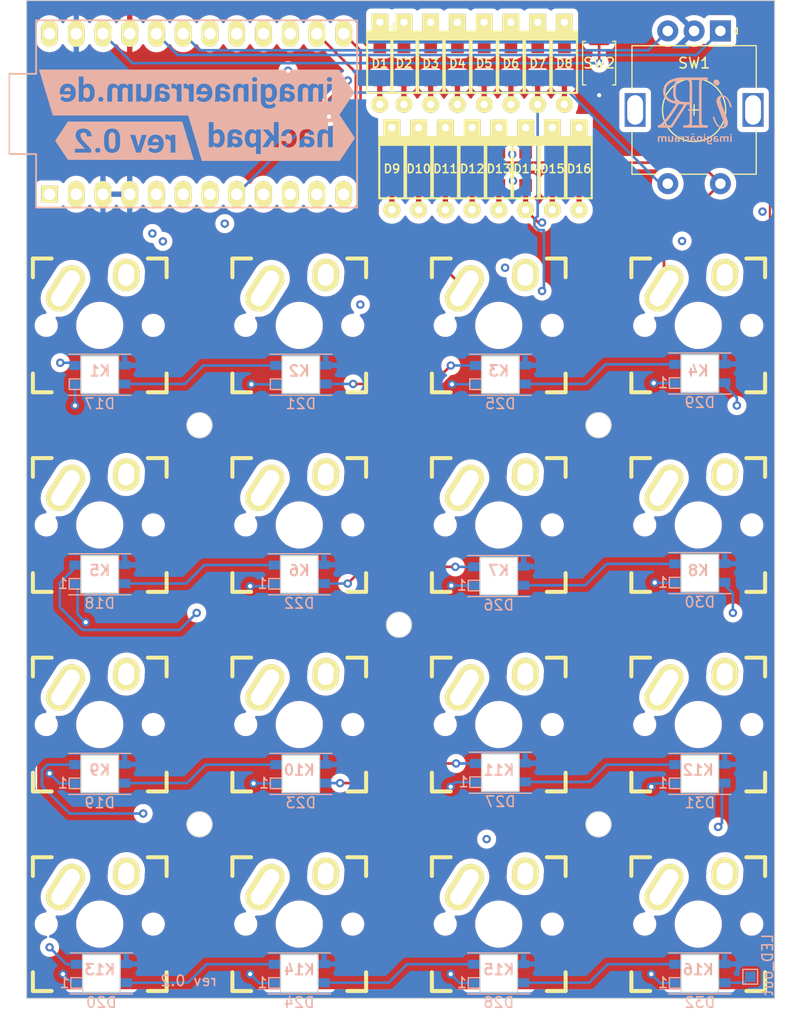
<source format=kicad_pcb>
(kicad_pcb (version 20221018) (generator pcbnew)

  (general
    (thickness 4.69)
  )

  (paper "A4")
  (layers
    (0 "F.Cu" signal)
    (1 "In1.Cu" signal)
    (2 "In2.Cu" signal)
    (31 "B.Cu" signal)
    (32 "B.Adhes" user "B.Adhesive")
    (33 "F.Adhes" user "F.Adhesive")
    (34 "B.Paste" user)
    (35 "F.Paste" user)
    (36 "B.SilkS" user "B.Silkscreen")
    (37 "F.SilkS" user "F.Silkscreen")
    (38 "B.Mask" user)
    (39 "F.Mask" user)
    (40 "Dwgs.User" user "User.Drawings")
    (41 "Cmts.User" user "User.Comments")
    (42 "Eco1.User" user "User.Eco1")
    (43 "Eco2.User" user "User.Eco2")
    (44 "Edge.Cuts" user)
    (45 "Margin" user)
    (46 "B.CrtYd" user "B.Courtyard")
    (47 "F.CrtYd" user "F.Courtyard")
    (48 "B.Fab" user)
    (49 "F.Fab" user)
    (50 "User.1" user)
    (51 "User.2" user)
    (52 "User.3" user)
    (53 "User.4" user)
    (54 "User.5" user)
    (55 "User.6" user)
    (56 "User.7" user)
    (57 "User.8" user)
    (58 "User.9" user)
  )

  (setup
    (stackup
      (layer "F.SilkS" (type "Top Silk Screen"))
      (layer "F.Paste" (type "Top Solder Paste"))
      (layer "F.Mask" (type "Top Solder Mask") (thickness 0.01))
      (layer "F.Cu" (type "copper") (thickness 0.035))
      (layer "dielectric 1" (type "core") (thickness 1.51) (material "FR4") (epsilon_r 4.5) (loss_tangent 0.02))
      (layer "In1.Cu" (type "copper") (thickness 0.035))
      (layer "dielectric 2" (type "prepreg") (thickness 1.51) (material "FR4") (epsilon_r 4.5) (loss_tangent 0.02))
      (layer "In2.Cu" (type "copper") (thickness 0.035))
      (layer "dielectric 3" (type "core") (thickness 1.51) (material "FR4") (epsilon_r 4.5) (loss_tangent 0.02))
      (layer "B.Cu" (type "copper") (thickness 0.035))
      (layer "B.Mask" (type "Bottom Solder Mask") (thickness 0.01))
      (layer "B.Paste" (type "Bottom Solder Paste"))
      (layer "B.SilkS" (type "Bottom Silk Screen"))
      (copper_finish "None")
      (dielectric_constraints no)
    )
    (pad_to_mask_clearance 0)
    (pcbplotparams
      (layerselection 0x00010fc_ffffffff)
      (plot_on_all_layers_selection 0x0000000_00000000)
      (disableapertmacros false)
      (usegerberextensions true)
      (usegerberattributes true)
      (usegerberadvancedattributes true)
      (creategerberjobfile true)
      (dashed_line_dash_ratio 12.000000)
      (dashed_line_gap_ratio 3.000000)
      (svgprecision 6)
      (plotframeref false)
      (viasonmask false)
      (mode 1)
      (useauxorigin false)
      (hpglpennumber 1)
      (hpglpenspeed 20)
      (hpglpendiameter 15.000000)
      (dxfpolygonmode true)
      (dxfimperialunits true)
      (dxfusepcbnewfont true)
      (psnegative false)
      (psa4output false)
      (plotreference true)
      (plotvalue true)
      (plotinvisibletext false)
      (sketchpadsonfab false)
      (subtractmaskfromsilk true)
      (outputformat 1)
      (mirror false)
      (drillshape 0)
      (scaleselection 1)
      (outputdirectory "gerbers/")
    )
  )

  (net 0 "")
  (net 1 "row0")
  (net 2 "Net-(D1-A)")
  (net 3 "Net-(D2-A)")
  (net 4 "Net-(D3-A)")
  (net 5 "Net-(D4-A)")
  (net 6 "row1")
  (net 7 "Net-(D5-A)")
  (net 8 "Net-(D6-A)")
  (net 9 "Net-(D7-A)")
  (net 10 "Net-(D8-A)")
  (net 11 "row2")
  (net 12 "Net-(D9-A)")
  (net 13 "Net-(D10-A)")
  (net 14 "Net-(D11-A)")
  (net 15 "Net-(D12-A)")
  (net 16 "row3")
  (net 17 "Net-(D13-A)")
  (net 18 "Net-(D14-A)")
  (net 19 "Net-(D15-A)")
  (net 20 "Net-(D16-A)")
  (net 21 "col0")
  (net 22 "col1")
  (net 23 "col2")
  (net 24 "col3")
  (net 25 "Net-(D17-DOUT)")
  (net 26 "Net-(D18-DOUT)")
  (net 27 "Net-(D18-DIN)")
  (net 28 "Net-(D19-DOUT)")
  (net 29 "/led_out")
  (net 30 "Net-(D19-DIN)")
  (net 31 "Rot A")
  (net 32 "Rot B")
  (net 33 "Rot C")
  (net 34 "Net-(D20-DOUT)")
  (net 35 "GND")
  (net 36 "/LED")
  (net 37 "Net-(D20-DIN)")
  (net 38 "Net-(D21-DOUT)")
  (net 39 "Net-(D22-DOUT)")
  (net 40 "Net-(D23-DOUT)")
  (net 41 "Net-(D24-DOUT)")
  (net 42 "Net-(D25-DOUT)")
  (net 43 "Net-(D26-DOUT)")
  (net 44 "Net-(D27-DOUT)")
  (net 45 "Net-(D28-DOUT)")
  (net 46 "Net-(U1-RST)")
  (net 47 "unconnected-(U1-TX-Pad1)")
  (net 48 "unconnected-(U1-RX-Pad2)")
  (net 49 "unconnected-(U1-SDA-Pad5)")
  (net 50 "unconnected-(U1-SCL-Pad6)")
  (net 51 "unconnected-(U1-RAW-Pad24)")
  (net 52 "VCC")
  (net 53 "row -1")
  (net 54 "unconnected-(U1-F7-Pad17)")

  (footprint "keebs:Mx_Alps_100" (layer "F.Cu") (at 108.80185 97.16345))

  (footprint "keebs:Mx_Alps_100" (layer "F.Cu") (at 146.69865 97.16345))

  (footprint "keyboard_parts:D_SOD123_axial" (layer "F.Cu") (at 118.745 72.2868 -90))

  (footprint "keebs:Mx_Alps_100" (layer "F.Cu") (at 146.69865 116.11185))

  (footprint "keebs:Mx_Alps_100" (layer "F.Cu") (at 89.85345 97.16345))

  (footprint "keebs:Mx_Alps_100" (layer "F.Cu") (at 89.85345 116.11185))

  (footprint "Button_Switch_SMD:SW_Push_SPST_NO_Alps_SKRK" (layer "F.Cu") (at 137.287 72.263 90))

  (footprint "keyboard_parts:D_SOD123_axial" (layer "F.Cu") (at 117.602 82.296 -90))

  (footprint "keebs:Mx_Alps_100" (layer "F.Cu") (at 127.75025 97.16345))

  (footprint "keyboard_parts:D_SOD123_axial" (layer "F.Cu") (at 122.682 82.296 -90))

  (footprint "keebs:Mx_Alps_100" (layer "F.Cu") (at 127.75025 116.11185))

  (footprint "keebs:Mx_Alps_100" (layer "F.Cu") (at 89.85345 135.06025))

  (footprint "keyboard_parts:D_SOD123_axial" (layer "F.Cu") (at 123.825 72.2868 -90))

  (footprint "keyboard_parts:D_SOD123_axial" (layer "F.Cu") (at 130.302 82.296 -90))

  (footprint "keebs:Mx_Alps_100" (layer "F.Cu") (at 89.85345 154.00865))

  (footprint "keyboard_parts:D_SOD123_axial" (layer "F.Cu") (at 127.762 82.296 -90))

  (footprint "keebs:Mx_Alps_100" (layer "F.Cu") (at 108.80185 154.00865))

  (footprint "keyboard_parts:D_SOD123_axial" (layer "F.Cu") (at 132.842 82.296 -90))

  (footprint "keyboard_parts:D_SOD123_axial" (layer "F.Cu") (at 131.445 72.2868 -90))

  (footprint "keyboard_parts:D_SOD123_axial" (layer "F.Cu") (at 133.985 72.2868 -90))

  (footprint "keyboard_parts:D_SOD123_axial" (layer "F.Cu") (at 121.285 72.2868 -90))

  (footprint "keyboard_parts:D_SOD123_axial" (layer "F.Cu") (at 135.382 82.296 -90))

  (footprint "keebs:Mx_Alps_100" (layer "F.Cu") (at 108.80185 116.11185))

  (footprint "keebs:Mx_Alps_100" (layer "F.Cu") (at 127.75025 154.00865))

  (footprint "keyboard_parts:D_SOD123_axial" (layer "F.Cu") (at 126.365 72.2868 -90))

  (footprint "keebs:Mx_Alps_100" (layer "F.Cu") (at 146.69865 154.00865))

  (footprint "keyboard_parts:D_SOD123_axial" (layer "F.Cu") (at 125.222 82.296 -90))

  (footprint "keebs:Mx_Alps_100" (layer "F.Cu") (at 127.75025 135.06025))

  (footprint "keyboard_parts:D_SOD123_axial" (layer "F.Cu") (at 128.905 72.2868 -90))

  (footprint "Keebio-Parts:RotaryEncoder_Alps_EC11E-Switch_Vertical_H20mm" (layer "F.Cu") (at 146.304 76.708 -90))

  (footprint "keyboard_parts:D_SOD123_axial" (layer "F.Cu") (at 116.451 72.2868 -90))

  (footprint "keyboard_parts:D_SOD123_axial" (layer "F.Cu") (at 120.142 82.296 -90))

  (footprint "keebs:Mx_Alps_100" (layer "F.Cu") (at 108.80185 135.06025))

  (footprint "keebs:Mx_Alps_100" (layer "F.Cu") (at 146.69865 135.06025))

  (footprint "promicro:ProMicro" (layer "F.Cu") (at 99.051 77.0868))

  (footprint "keyboard_parts:LED_SK6812MINI_PLCC4_3.5x3.5mm_P1.75mm-flipped" (layer "B.Cu") (at 146.8501 158.69285))

  (footprint "keyboard_parts:LED_SK6812MINI_PLCC4_3.5x3.5mm_P1.75mm-flipped" (layer "B.Cu") (at 108.80185 120.79605))

  (footprint "keyboard_parts:LED_SK6812MINI_PLCC4_3.5x3.5mm_P1.75mm-flipped" (layer "B.Cu") (at 127.75025 120.96185))

  (footprint "keyboard_parts:LED_SK6812MINI_PLCC4_3.5x3.5mm_P1.75mm-flipped" (layer "B.Cu") (at 108.9533 101.84765))

  (footprint "kibuzzard-63FA621A" (layer "B.Cu")
    (tstamp 80f054ce-3126-4577-a6a9-6f3eb7be9319)
    (at 106.172 79.375 180)
    (descr "Generated with KiBuzzard")
    (tags "kb_params=eyJBbGlnbm1lbnRDaG9pY2UiOiAiQ2VudGVyIiwgIkNhcExlZnRDaG9pY2UiOiAiPCIsICJDYXBSaWdodENob2ljZSI6ICIvIiwgIkZvbnRDb21ib0JveCI6ICJSb2JvdG8tQm9sZCIsICJIZWlnaHRDdHJsIjogIjIiLCAiTGF5ZXJDb21ib0JveCI6ICJGLlNpbGtTIiwgIk11bHRpTGluZVRleHQiOiAiaGFja3BhZCIsICJQYWRkaW5nQm90dG9tQ3RybCI6ICI1IiwgIlBhZGRpbmdMZWZ0Q3RybCI6ICI1IiwgIlBhZGRpbmdSaWdodEN0cmwiOiAiNSIsICJQYWRkaW5nVG9wQ3RybCI6ICI1IiwgIldpZHRoQ3RybCI6ICIifQ==")
    (attr board_only exclude_from_pos_files exclude_from_bom)
    (fp_text reference "kibuzzard-63FA621A" (at 0 5.222544) (layer "B.SilkS") hide
        (effects (font (size 0 0) (thickness 0.15)) (justify mirror))
      (tstamp 11f66e07-ed1b-4418-b51b-ec4ac46fdae4)
    )
    (fp_text value "G***" (at 0 -5.222544) (layer "B.SilkS") hide
        (effects (font (size 0 0) (thickness 0.15)) (justify mirror))
      (tstamp d16d68bc-0ac0-4b69-9b03-0e1c784f8f0f)
    )
    (fp_poly
      (pts
        (xy -3.424976 -0.556555)
        (xy -3.242042 -0.512372)
        (xy -3.118018 -0.393774)
        (xy -3.118018 -0.10542)
        (xy -3.28545 -0.10542)
        (xy -3.474758 -0.131258)
        (xy -3.59413 -0.208773)
        (xy -3.643567 -0.337964)
        (xy -3.645118 -0.364319)
        (xy -3.586207 -0.502295)
        (xy -3.424976 -0.556555)
      )

      (stroke (width 0) (type solid)) (fill solid) (layer "B.SilkS") (tstamp 0c8cc415-9f35-4424-9d46-1af61a3f16ad))
    (fp_poly
      (pts
        (xy 3.416467 -0.556555)
        (xy 3.599401 -0.512372)
        (xy 3.723425 -0.393774)
        (xy 3.723425 -0.10542)
        (xy 3.555993 -0.10542)
        (xy 3.366685 -0.131258)
        (xy 3.247313 -0.208773)
        (xy 3.197875 -0.337964)
        (xy 3.196325 -0.364319)
        (xy 3.255236 -0.502295)
        (xy 3.416467 -0.556555)
      )

      (stroke (width 0) (type solid)) (fill solid) (layer "B.SilkS") (tstamp c8a1ed36-d62f-4dc0-8c99-526bc3fb897c))
    (fp_poly
      (pts
        (xy 2.089416 -0.012402)
        (xy 2.068681 0.194949)
        (xy 2.006475 0.348816)
        (xy 1.904737 0.444159)
        (xy 1.765405 0.47594)
        (xy 1.587509 0.435632)
        (xy 1.4755 0.314709)
        (xy 1.4755 -0.37207)
        (xy 1.589834 -0.496481)
        (xy 1.768505 -0.537952)
        (xy 1.908904 -0.505105)
        (xy 2.009188 -0.406564)
        (xy 2.069359 -0.24233)
        (xy 2.089416 -0.012402)
      )

      (stroke (width 0) (type solid)) (fill solid) (layer "B.SilkS") (tstamp c0e251d1-b861-4854-9c5b-33377d3b0b5d))
    (fp_poly
      (pts
        (xy 4.895446 -0.049609)
        (xy 4.915988 -0.257736)
        (xy 4.977612 -0.410828)
        (xy 5.078381 -0.505008)
        (xy 5.216357 -0.536401)
        (xy 5.393478 -0.492606)
        (xy 5.509362 -0.361218)
        (xy 5.509362 0.300757)
        (xy 5.395028 0.432144)
        (xy 5.219457 0.47594)
        (xy 5.077703 0.443093)
        (xy 4.976449 0.344553)
        (xy 4.915697 0.180318)
        (xy 4.895446 -0.049609)
      )

      (stroke (width 0) (type solid)) (fill solid) (layer "B.SilkS") (tstamp 7b8ae4f9-b0fb-4564-9d0a-4c958b4f5181))
    (fp_poly
      (pts
        (xy -5.813978 2.174544)
        (xy -6.475436 2.174544)
        (xy -7.925132 0)
        (xy -6.475436 -2.174544)
        (xy -5.813978 -2.174544)
        (xy -4.364454 -2.174544)
        (xy -4.364454 -0.868164)
        (xy -4.812488 -0.868164)
        (xy -4.812488 0.193787)
        (xy -4.8745 0.406952)
        (xy -5.080689 0.47594)
        (xy -5.250446 0.437958)
        (xy -5.365943 0.324011)
        (xy -5.365943 -0.868164)
        (xy -5.813978 -0.868164)
        (xy -5.813978 1.513086)
        (xy -5.365943 1.513086)
        (xy -5.365943 0.626318)
        (xy -5.236924 0.745174)
        (xy -5.087579 0.816488)
        (xy -4.917908 0.840259)
        (xy -4.721145 0.814896)
        (xy -4.567418 0.738808)
        (xy -4.456727 0.611994)
        (xy -4.389072 0.434454)
        (xy -4.364454 0.206189)
        (xy -4.364454 -0.868164)
        (xy -4.364454 -2.174544)
        (xy -3.522645 -2.174544)
        (xy -3.522645 -0.89917)
        (xy -3.748018 -0.863513)
        (xy -3.931147 -0.756543)
        (xy -4.052651 -0.595313)
        (xy -4.093152 -0.396875)
        (xy -4.043737 -0.16123)
        (xy -3.89549 0.012402)
        (xy -3.744164 0.091812)
        (xy -3.553737 0.139871)
        (xy -3.324207 0.15658)
        (xy -3.118018 0.15658)
        (xy -3.118018 0.252698)
        (xy -3.177704 0.438733)
        (xy -3.366065 0.508496)
        (xy -3.543574 0.454236)
        (xy -3.607911 0.305408)
        (xy -4.055945 0.305408)
        (xy -4.033466 0.445709)
        (xy -3.966028 0.575159)
        (xy -3.857508 0.685811)
        (xy -3.71178 0.76972)
        (xy -3.537372 0.822624)
        (xy -3.342811 0.840259)
        (xy -3.150316 0.822947)
        (xy -2.986243 0.771012)
        (xy -2.850593 0.684454)
        (xy -2.713973 0.497063)
        (xy -2.668433 0.246497)
        (xy -2.668433 -0.480591)
        (xy -2.650992 -0.690268)
        (xy -2.601771 -0.841809)
        (xy -2.601771 -0.868164)
        (xy -3.054456 -0.868164)
        (xy -3.099415 -0.717786)
        (xy -3.286612 -0.853824)
        (xy -3.522645 -0.89917)
     
... [1822072 chars truncated]
</source>
